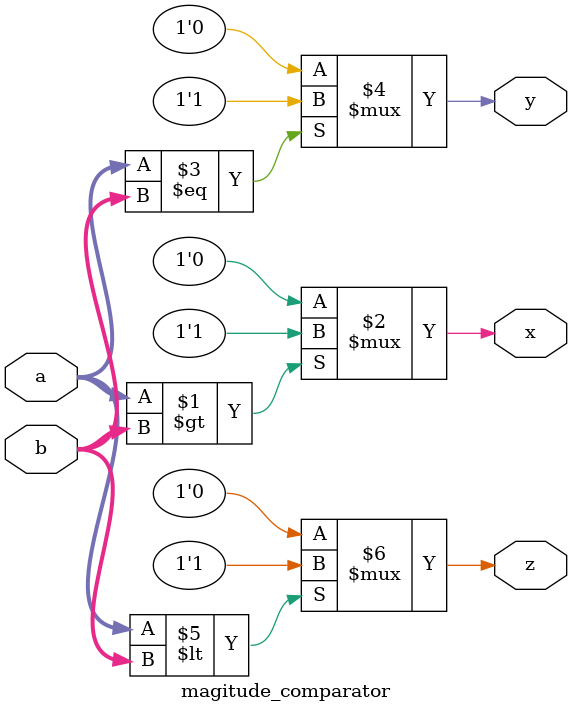
<source format=v>
`timescale 1ns / 1ps


module magitude_comparator(
    input [3:0] a,b,
    output x,y,z
    );

//assign x = (a[3]&(~b[3])) | (a[2]&(~b[2])) | (a[1]&(~b[1])) | (a[0]&(~b[0]));
//assign y = (a[3:0] == b[3:0]);
//assign z = (~a[3]&(b[3])) | (~a[2]&(b[2])) | (~a[1]&(b[1])) | (~a[0]&(b[0]));
assign x = (a>b) ? 1'b1:1'b0;
assign y = (a==b) ? 1'b1:1'b0;
assign z = (a<b) ? 1'b1:1'b0;
endmodule

</source>
